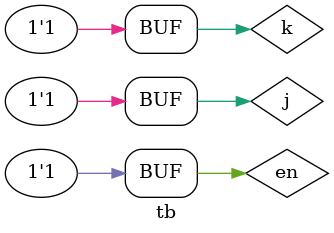
<source format=v>

module jklatch(j,k,en,q,qb);
  // Input ports: Control and enable signals
  input wire j;               // J input (set control)
  input wire k;               // K input (reset control)
  input wire en;              // Enable signal (active high)
  
  // Output ports: Stored data and its complement
  output reg q;               // Stored data output (Q)
  output reg qb;              // Complement of stored data (Q-bar)
  
  // Combinational logic: JK latch operation when enabled
  always@(en or j or k)       // Executes when enable, J, or K changes
    if(en)                    // If enable is active
      begin
        case({j,k})           // Check J and K inputs
          2'b00: q <= q;      // J=0, K=0: Hold current state
          2'b01: q <= 1'b0;  // J=0, K=1: Reset to 0
          2'b10: q <= 1'b1;  // J=1, K=0: Set to 1
          2'b11: q <= ~q;    // J=1, K=1: Toggle
        endcase
      end
      // If enable is inactive, Q holds previous value (latched)
  assign qb = ~q;             // Q-bar is always complement of Q
endmodule



///TESTBENCH

module tb;
  reg j,k,en;
  wire q,qb;
  
  jklatch dut(.j(j),.k(k),.en(en),.q(q),.qb(qb));
  initial
    begin
      $monitor($time,"j=%0b,k=%0b,en=%0b,q=%0b,qb=%0b",j,k,en,q,qb);
      #0 en=1'b0;
      #0 j=1'b0; k=1'b0;
      
      #5 en=1'b1;
      #5 j=1'b0; k=1'b0;
      #5 j=1'b0; k=1'b1;
      #5 j=1'b1; k=1'b0;
      #5 j=1'b1; k=1'b1;
    end
  initial
    begin
      $dumpfile("dump.vcd");
      $dumpvars(1);
    end
endmodule

</source>
